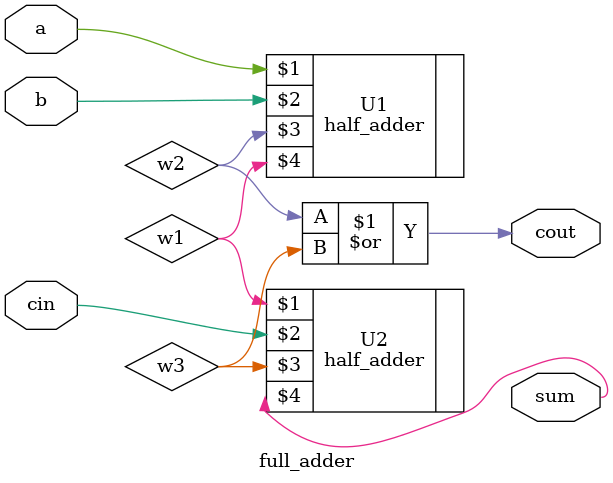
<source format=v>
`timescale 1ns / 1ps
module full_adder(a,b,cin,cout,sum);
   input a,b,cin;
	output cout,sum;
	wire w1,w2,w3;
	
	half_adder U1(a,b,w2,w1);
	half_adder U2(w1,cin,w3,sum);
	or (cout,w2,w3);

endmodule

</source>
